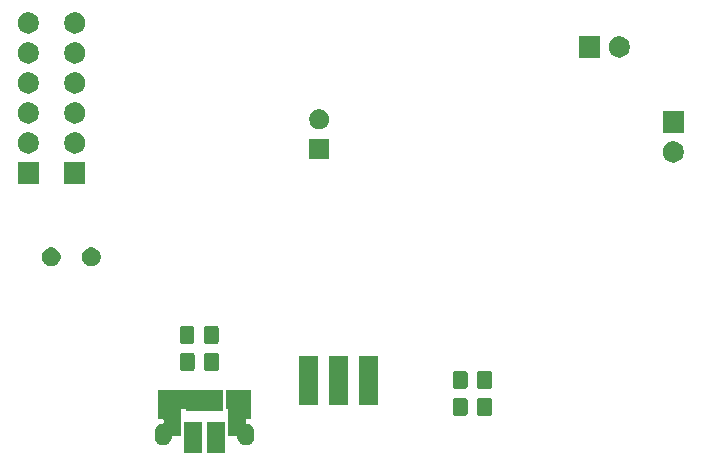
<source format=gts>
G04 #@! TF.GenerationSoftware,KiCad,Pcbnew,(5.1.6)-1*
G04 #@! TF.CreationDate,2020-12-08T10:00:42+01:00*
G04 #@! TF.ProjectId,Power_module_v1,506f7765-725f-46d6-9f64-756c655f7631,rev?*
G04 #@! TF.SameCoordinates,Original*
G04 #@! TF.FileFunction,Soldermask,Top*
G04 #@! TF.FilePolarity,Negative*
%FSLAX46Y46*%
G04 Gerber Fmt 4.6, Leading zero omitted, Abs format (unit mm)*
G04 Created by KiCad (PCBNEW (5.1.6)-1) date 2020-12-08 10:00:42*
%MOMM*%
%LPD*%
G01*
G04 APERTURE LIST*
%ADD10C,0.150000*%
G04 APERTURE END LIST*
D10*
G36*
X112914900Y-108047740D02*
G01*
X111382900Y-108047740D01*
X111382900Y-105445740D01*
X112914900Y-105445740D01*
X112914900Y-108047740D01*
G37*
G36*
X110994900Y-108047740D02*
G01*
X109462900Y-108047740D01*
X109462900Y-105445740D01*
X110994900Y-105445740D01*
X110994900Y-108047740D01*
G37*
G36*
X108886717Y-102684436D02*
G01*
X108906234Y-102690357D01*
X108930267Y-102695138D01*
X108942520Y-102695740D01*
X109440659Y-102695740D01*
X109445453Y-102699674D01*
X109467064Y-102711225D01*
X109490513Y-102718338D01*
X109514899Y-102720740D01*
X112739900Y-102720740D01*
X112739900Y-104472740D01*
X109637900Y-104472740D01*
X109637900Y-104422739D01*
X109635498Y-104398353D01*
X109628385Y-104374904D01*
X109616834Y-104353293D01*
X109601289Y-104334351D01*
X109582347Y-104318806D01*
X109560736Y-104307255D01*
X109537287Y-104300142D01*
X109512901Y-104297740D01*
X109327399Y-104297740D01*
X109303013Y-104300142D01*
X109279564Y-104307255D01*
X109257953Y-104318806D01*
X109239011Y-104334351D01*
X109223466Y-104353293D01*
X109211915Y-104374904D01*
X109204802Y-104398353D01*
X109202400Y-104422739D01*
X109202400Y-105259965D01*
X109194415Y-105274904D01*
X109187302Y-105298353D01*
X109184900Y-105322739D01*
X109184900Y-106597740D01*
X108537023Y-106597740D01*
X108512637Y-106600142D01*
X108489188Y-106607255D01*
X108467577Y-106618806D01*
X108448635Y-106634351D01*
X108433090Y-106653293D01*
X108421539Y-106674904D01*
X108412626Y-106710487D01*
X108404395Y-106794060D01*
X108373683Y-106895304D01*
X108362880Y-106930916D01*
X108295468Y-107057034D01*
X108204743Y-107167583D01*
X108094194Y-107258308D01*
X107968075Y-107325720D01*
X107968072Y-107325721D01*
X107831221Y-107367235D01*
X107688900Y-107381252D01*
X107546580Y-107367235D01*
X107409729Y-107325721D01*
X107409726Y-107325720D01*
X107283607Y-107258308D01*
X107173058Y-107167583D01*
X107082332Y-107057034D01*
X107014920Y-106930915D01*
X107014919Y-106930912D01*
X106973405Y-106794061D01*
X106962900Y-106687399D01*
X106962900Y-106266082D01*
X106973405Y-106159420D01*
X107014919Y-106022569D01*
X107014920Y-106022566D01*
X107082332Y-105896447D01*
X107173058Y-105785897D01*
X107283606Y-105695172D01*
X107409725Y-105627760D01*
X107409728Y-105627759D01*
X107546579Y-105586245D01*
X107620155Y-105578999D01*
X107644186Y-105574219D01*
X107666825Y-105564841D01*
X107687199Y-105551228D01*
X107704526Y-105533901D01*
X107718140Y-105513526D01*
X107727518Y-105490887D01*
X107732298Y-105466854D01*
X107732900Y-105454602D01*
X107732900Y-105322739D01*
X107730498Y-105298353D01*
X107723385Y-105274904D01*
X107711834Y-105253293D01*
X107696289Y-105234351D01*
X107677347Y-105218806D01*
X107655736Y-105207255D01*
X107632287Y-105200142D01*
X107607901Y-105197740D01*
X107275400Y-105197740D01*
X107275400Y-104324161D01*
X107278385Y-104318576D01*
X107285498Y-104295127D01*
X107287900Y-104270741D01*
X107287900Y-102695740D01*
X108595279Y-102695740D01*
X108619665Y-102693338D01*
X108631565Y-102690357D01*
X108651082Y-102684436D01*
X108768900Y-102672833D01*
X108886717Y-102684436D01*
G37*
G36*
X113632307Y-102675138D02*
G01*
X113644559Y-102675740D01*
X115139900Y-102675740D01*
X115139900Y-104270741D01*
X115142302Y-104295127D01*
X115149415Y-104318576D01*
X115152400Y-104324161D01*
X115152400Y-105197740D01*
X114789899Y-105197740D01*
X114765513Y-105200142D01*
X114742064Y-105207255D01*
X114720453Y-105218806D01*
X114701511Y-105234351D01*
X114685966Y-105253293D01*
X114674415Y-105274904D01*
X114667302Y-105298353D01*
X114664900Y-105322739D01*
X114664900Y-105456572D01*
X114667302Y-105480958D01*
X114674415Y-105504407D01*
X114685966Y-105526018D01*
X114701511Y-105544960D01*
X114720453Y-105560505D01*
X114742064Y-105572056D01*
X114765513Y-105579169D01*
X114777640Y-105580968D01*
X114831220Y-105586245D01*
X114968071Y-105627759D01*
X114968074Y-105627760D01*
X115094193Y-105695172D01*
X115204743Y-105785898D01*
X115295468Y-105896446D01*
X115362880Y-106022565D01*
X115362880Y-106022566D01*
X115362881Y-106022568D01*
X115404395Y-106159419D01*
X115414900Y-106266081D01*
X115414900Y-106687398D01*
X115404395Y-106794060D01*
X115373683Y-106895304D01*
X115362880Y-106930916D01*
X115295468Y-107057034D01*
X115204743Y-107167583D01*
X115094194Y-107258308D01*
X114968075Y-107325720D01*
X114968072Y-107325721D01*
X114831221Y-107367235D01*
X114688900Y-107381252D01*
X114546580Y-107367235D01*
X114409729Y-107325721D01*
X114409726Y-107325720D01*
X114283607Y-107258308D01*
X114173058Y-107167583D01*
X114082332Y-107057034D01*
X114014920Y-106930915D01*
X114014919Y-106930912D01*
X113973405Y-106794061D01*
X113965174Y-106710486D01*
X113960394Y-106686454D01*
X113951016Y-106663815D01*
X113937403Y-106643441D01*
X113920076Y-106626113D01*
X113899701Y-106612500D01*
X113877062Y-106603122D01*
X113853029Y-106598342D01*
X113840777Y-106597740D01*
X113212900Y-106597740D01*
X113212900Y-104402739D01*
X113210498Y-104378353D01*
X113203385Y-104354904D01*
X113191834Y-104333293D01*
X113176289Y-104314351D01*
X113157347Y-104298806D01*
X113135736Y-104287255D01*
X113112287Y-104280142D01*
X113087901Y-104277740D01*
X113037900Y-104277740D01*
X113037900Y-103883326D01*
X113035498Y-103858940D01*
X113032517Y-103847040D01*
X113016596Y-103794558D01*
X113007900Y-103706259D01*
X113007900Y-103247222D01*
X113016596Y-103158923D01*
X113032517Y-103106441D01*
X113037298Y-103082408D01*
X113037900Y-103070155D01*
X113037900Y-102675740D01*
X113573241Y-102675740D01*
X113585493Y-102675138D01*
X113608900Y-102672833D01*
X113632307Y-102675138D01*
G37*
G36*
X133296674Y-103393465D02*
G01*
X133334367Y-103404899D01*
X133369103Y-103423466D01*
X133399548Y-103448452D01*
X133424534Y-103478897D01*
X133443101Y-103513633D01*
X133454535Y-103551326D01*
X133459000Y-103596661D01*
X133459000Y-104683339D01*
X133454535Y-104728674D01*
X133443101Y-104766367D01*
X133424534Y-104801103D01*
X133399548Y-104831548D01*
X133369103Y-104856534D01*
X133334367Y-104875101D01*
X133296674Y-104886535D01*
X133251339Y-104891000D01*
X132414661Y-104891000D01*
X132369326Y-104886535D01*
X132331633Y-104875101D01*
X132296897Y-104856534D01*
X132266452Y-104831548D01*
X132241466Y-104801103D01*
X132222899Y-104766367D01*
X132211465Y-104728674D01*
X132207000Y-104683339D01*
X132207000Y-103596661D01*
X132211465Y-103551326D01*
X132222899Y-103513633D01*
X132241466Y-103478897D01*
X132266452Y-103448452D01*
X132296897Y-103423466D01*
X132331633Y-103404899D01*
X132369326Y-103393465D01*
X132414661Y-103389000D01*
X133251339Y-103389000D01*
X133296674Y-103393465D01*
G37*
G36*
X135346674Y-103393465D02*
G01*
X135384367Y-103404899D01*
X135419103Y-103423466D01*
X135449548Y-103448452D01*
X135474534Y-103478897D01*
X135493101Y-103513633D01*
X135504535Y-103551326D01*
X135509000Y-103596661D01*
X135509000Y-104683339D01*
X135504535Y-104728674D01*
X135493101Y-104766367D01*
X135474534Y-104801103D01*
X135449548Y-104831548D01*
X135419103Y-104856534D01*
X135384367Y-104875101D01*
X135346674Y-104886535D01*
X135301339Y-104891000D01*
X134464661Y-104891000D01*
X134419326Y-104886535D01*
X134381633Y-104875101D01*
X134346897Y-104856534D01*
X134316452Y-104831548D01*
X134291466Y-104801103D01*
X134272899Y-104766367D01*
X134261465Y-104728674D01*
X134257000Y-104683339D01*
X134257000Y-103596661D01*
X134261465Y-103551326D01*
X134272899Y-103513633D01*
X134291466Y-103478897D01*
X134316452Y-103448452D01*
X134346897Y-103423466D01*
X134381633Y-103404899D01*
X134419326Y-103393465D01*
X134464661Y-103389000D01*
X135301339Y-103389000D01*
X135346674Y-103393465D01*
G37*
G36*
X120782280Y-103963420D02*
G01*
X119156280Y-103963420D01*
X119156280Y-99861420D01*
X120782280Y-99861420D01*
X120782280Y-103963420D01*
G37*
G36*
X123322280Y-103963420D02*
G01*
X121696280Y-103963420D01*
X121696280Y-99861420D01*
X123322280Y-99861420D01*
X123322280Y-103963420D01*
G37*
G36*
X125862280Y-103963420D02*
G01*
X124236280Y-103963420D01*
X124236280Y-99861420D01*
X125862280Y-99861420D01*
X125862280Y-103963420D01*
G37*
G36*
X135346674Y-101107465D02*
G01*
X135384367Y-101118899D01*
X135419103Y-101137466D01*
X135449548Y-101162452D01*
X135474534Y-101192897D01*
X135493101Y-101227633D01*
X135504535Y-101265326D01*
X135509000Y-101310661D01*
X135509000Y-102397339D01*
X135504535Y-102442674D01*
X135493101Y-102480367D01*
X135474534Y-102515103D01*
X135449548Y-102545548D01*
X135419103Y-102570534D01*
X135384367Y-102589101D01*
X135346674Y-102600535D01*
X135301339Y-102605000D01*
X134464661Y-102605000D01*
X134419326Y-102600535D01*
X134381633Y-102589101D01*
X134346897Y-102570534D01*
X134316452Y-102545548D01*
X134291466Y-102515103D01*
X134272899Y-102480367D01*
X134261465Y-102442674D01*
X134257000Y-102397339D01*
X134257000Y-101310661D01*
X134261465Y-101265326D01*
X134272899Y-101227633D01*
X134291466Y-101192897D01*
X134316452Y-101162452D01*
X134346897Y-101137466D01*
X134381633Y-101118899D01*
X134419326Y-101107465D01*
X134464661Y-101103000D01*
X135301339Y-101103000D01*
X135346674Y-101107465D01*
G37*
G36*
X133296674Y-101107465D02*
G01*
X133334367Y-101118899D01*
X133369103Y-101137466D01*
X133399548Y-101162452D01*
X133424534Y-101192897D01*
X133443101Y-101227633D01*
X133454535Y-101265326D01*
X133459000Y-101310661D01*
X133459000Y-102397339D01*
X133454535Y-102442674D01*
X133443101Y-102480367D01*
X133424534Y-102515103D01*
X133399548Y-102545548D01*
X133369103Y-102570534D01*
X133334367Y-102589101D01*
X133296674Y-102600535D01*
X133251339Y-102605000D01*
X132414661Y-102605000D01*
X132369326Y-102600535D01*
X132331633Y-102589101D01*
X132296897Y-102570534D01*
X132266452Y-102545548D01*
X132241466Y-102515103D01*
X132222899Y-102480367D01*
X132211465Y-102442674D01*
X132207000Y-102397339D01*
X132207000Y-101310661D01*
X132211465Y-101265326D01*
X132222899Y-101227633D01*
X132241466Y-101192897D01*
X132266452Y-101162452D01*
X132296897Y-101137466D01*
X132331633Y-101118899D01*
X132369326Y-101107465D01*
X132414661Y-101103000D01*
X133251339Y-101103000D01*
X133296674Y-101107465D01*
G37*
G36*
X112241674Y-99583465D02*
G01*
X112279367Y-99594899D01*
X112314103Y-99613466D01*
X112344548Y-99638452D01*
X112369534Y-99668897D01*
X112388101Y-99703633D01*
X112399535Y-99741326D01*
X112404000Y-99786661D01*
X112404000Y-100873339D01*
X112399535Y-100918674D01*
X112388101Y-100956367D01*
X112369534Y-100991103D01*
X112344548Y-101021548D01*
X112314103Y-101046534D01*
X112279367Y-101065101D01*
X112241674Y-101076535D01*
X112196339Y-101081000D01*
X111359661Y-101081000D01*
X111314326Y-101076535D01*
X111276633Y-101065101D01*
X111241897Y-101046534D01*
X111211452Y-101021548D01*
X111186466Y-100991103D01*
X111167899Y-100956367D01*
X111156465Y-100918674D01*
X111152000Y-100873339D01*
X111152000Y-99786661D01*
X111156465Y-99741326D01*
X111167899Y-99703633D01*
X111186466Y-99668897D01*
X111211452Y-99638452D01*
X111241897Y-99613466D01*
X111276633Y-99594899D01*
X111314326Y-99583465D01*
X111359661Y-99579000D01*
X112196339Y-99579000D01*
X112241674Y-99583465D01*
G37*
G36*
X110191674Y-99583465D02*
G01*
X110229367Y-99594899D01*
X110264103Y-99613466D01*
X110294548Y-99638452D01*
X110319534Y-99668897D01*
X110338101Y-99703633D01*
X110349535Y-99741326D01*
X110354000Y-99786661D01*
X110354000Y-100873339D01*
X110349535Y-100918674D01*
X110338101Y-100956367D01*
X110319534Y-100991103D01*
X110294548Y-101021548D01*
X110264103Y-101046534D01*
X110229367Y-101065101D01*
X110191674Y-101076535D01*
X110146339Y-101081000D01*
X109309661Y-101081000D01*
X109264326Y-101076535D01*
X109226633Y-101065101D01*
X109191897Y-101046534D01*
X109161452Y-101021548D01*
X109136466Y-100991103D01*
X109117899Y-100956367D01*
X109106465Y-100918674D01*
X109102000Y-100873339D01*
X109102000Y-99786661D01*
X109106465Y-99741326D01*
X109117899Y-99703633D01*
X109136466Y-99668897D01*
X109161452Y-99638452D01*
X109191897Y-99613466D01*
X109226633Y-99594899D01*
X109264326Y-99583465D01*
X109309661Y-99579000D01*
X110146339Y-99579000D01*
X110191674Y-99583465D01*
G37*
G36*
X110173674Y-97297465D02*
G01*
X110211367Y-97308899D01*
X110246103Y-97327466D01*
X110276548Y-97352452D01*
X110301534Y-97382897D01*
X110320101Y-97417633D01*
X110331535Y-97455326D01*
X110336000Y-97500661D01*
X110336000Y-98587339D01*
X110331535Y-98632674D01*
X110320101Y-98670367D01*
X110301534Y-98705103D01*
X110276548Y-98735548D01*
X110246103Y-98760534D01*
X110211367Y-98779101D01*
X110173674Y-98790535D01*
X110128339Y-98795000D01*
X109291661Y-98795000D01*
X109246326Y-98790535D01*
X109208633Y-98779101D01*
X109173897Y-98760534D01*
X109143452Y-98735548D01*
X109118466Y-98705103D01*
X109099899Y-98670367D01*
X109088465Y-98632674D01*
X109084000Y-98587339D01*
X109084000Y-97500661D01*
X109088465Y-97455326D01*
X109099899Y-97417633D01*
X109118466Y-97382897D01*
X109143452Y-97352452D01*
X109173897Y-97327466D01*
X109208633Y-97308899D01*
X109246326Y-97297465D01*
X109291661Y-97293000D01*
X110128339Y-97293000D01*
X110173674Y-97297465D01*
G37*
G36*
X112223674Y-97297465D02*
G01*
X112261367Y-97308899D01*
X112296103Y-97327466D01*
X112326548Y-97352452D01*
X112351534Y-97382897D01*
X112370101Y-97417633D01*
X112381535Y-97455326D01*
X112386000Y-97500661D01*
X112386000Y-98587339D01*
X112381535Y-98632674D01*
X112370101Y-98670367D01*
X112351534Y-98705103D01*
X112326548Y-98735548D01*
X112296103Y-98760534D01*
X112261367Y-98779101D01*
X112223674Y-98790535D01*
X112178339Y-98795000D01*
X111341661Y-98795000D01*
X111296326Y-98790535D01*
X111258633Y-98779101D01*
X111223897Y-98760534D01*
X111193452Y-98735548D01*
X111168466Y-98705103D01*
X111149899Y-98670367D01*
X111138465Y-98632674D01*
X111134000Y-98587339D01*
X111134000Y-97500661D01*
X111138465Y-97455326D01*
X111149899Y-97417633D01*
X111168466Y-97382897D01*
X111193452Y-97352452D01*
X111223897Y-97327466D01*
X111258633Y-97308899D01*
X111296326Y-97297465D01*
X111341661Y-97293000D01*
X112178339Y-97293000D01*
X112223674Y-97297465D01*
G37*
G36*
X98433642Y-90669781D02*
G01*
X98579414Y-90730162D01*
X98579416Y-90730163D01*
X98710608Y-90817822D01*
X98822178Y-90929392D01*
X98909837Y-91060584D01*
X98909838Y-91060586D01*
X98970219Y-91206358D01*
X99001000Y-91361107D01*
X99001000Y-91518893D01*
X98970219Y-91673642D01*
X98909838Y-91819414D01*
X98909837Y-91819416D01*
X98822178Y-91950608D01*
X98710608Y-92062178D01*
X98579416Y-92149837D01*
X98579415Y-92149838D01*
X98579414Y-92149838D01*
X98433642Y-92210219D01*
X98278893Y-92241000D01*
X98121107Y-92241000D01*
X97966358Y-92210219D01*
X97820586Y-92149838D01*
X97820585Y-92149838D01*
X97820584Y-92149837D01*
X97689392Y-92062178D01*
X97577822Y-91950608D01*
X97490163Y-91819416D01*
X97490162Y-91819414D01*
X97429781Y-91673642D01*
X97399000Y-91518893D01*
X97399000Y-91361107D01*
X97429781Y-91206358D01*
X97490162Y-91060586D01*
X97490163Y-91060584D01*
X97577822Y-90929392D01*
X97689392Y-90817822D01*
X97820584Y-90730163D01*
X97820586Y-90730162D01*
X97966358Y-90669781D01*
X98121107Y-90639000D01*
X98278893Y-90639000D01*
X98433642Y-90669781D01*
G37*
G36*
X101833642Y-90669781D02*
G01*
X101979414Y-90730162D01*
X101979416Y-90730163D01*
X102110608Y-90817822D01*
X102222178Y-90929392D01*
X102309837Y-91060584D01*
X102309838Y-91060586D01*
X102370219Y-91206358D01*
X102401000Y-91361107D01*
X102401000Y-91518893D01*
X102370219Y-91673642D01*
X102309838Y-91819414D01*
X102309837Y-91819416D01*
X102222178Y-91950608D01*
X102110608Y-92062178D01*
X101979416Y-92149837D01*
X101979415Y-92149838D01*
X101979414Y-92149838D01*
X101833642Y-92210219D01*
X101678893Y-92241000D01*
X101521107Y-92241000D01*
X101366358Y-92210219D01*
X101220586Y-92149838D01*
X101220585Y-92149838D01*
X101220584Y-92149837D01*
X101089392Y-92062178D01*
X100977822Y-91950608D01*
X100890163Y-91819416D01*
X100890162Y-91819414D01*
X100829781Y-91673642D01*
X100799000Y-91518893D01*
X100799000Y-91361107D01*
X100829781Y-91206358D01*
X100890162Y-91060586D01*
X100890163Y-91060584D01*
X100977822Y-90929392D01*
X101089392Y-90817822D01*
X101220584Y-90730163D01*
X101220586Y-90730162D01*
X101366358Y-90669781D01*
X101521107Y-90639000D01*
X101678893Y-90639000D01*
X101833642Y-90669781D01*
G37*
G36*
X101104000Y-85229000D02*
G01*
X99302000Y-85229000D01*
X99302000Y-83427000D01*
X101104000Y-83427000D01*
X101104000Y-85229000D01*
G37*
G36*
X97167000Y-85229000D02*
G01*
X95365000Y-85229000D01*
X95365000Y-83427000D01*
X97167000Y-83427000D01*
X97167000Y-85229000D01*
G37*
G36*
X150989512Y-81653927D02*
G01*
X151138812Y-81683624D01*
X151302784Y-81751544D01*
X151450354Y-81850147D01*
X151575853Y-81975646D01*
X151674456Y-82123216D01*
X151742376Y-82287188D01*
X151777000Y-82461259D01*
X151777000Y-82638741D01*
X151742376Y-82812812D01*
X151674456Y-82976784D01*
X151575853Y-83124354D01*
X151450354Y-83249853D01*
X151302784Y-83348456D01*
X151138812Y-83416376D01*
X150989512Y-83446073D01*
X150964742Y-83451000D01*
X150787258Y-83451000D01*
X150762488Y-83446073D01*
X150613188Y-83416376D01*
X150449216Y-83348456D01*
X150301646Y-83249853D01*
X150176147Y-83124354D01*
X150077544Y-82976784D01*
X150009624Y-82812812D01*
X149975000Y-82638741D01*
X149975000Y-82461259D01*
X150009624Y-82287188D01*
X150077544Y-82123216D01*
X150176147Y-81975646D01*
X150301646Y-81850147D01*
X150449216Y-81751544D01*
X150613188Y-81683624D01*
X150762488Y-81653927D01*
X150787258Y-81649000D01*
X150964742Y-81649000D01*
X150989512Y-81653927D01*
G37*
G36*
X121755000Y-83147000D02*
G01*
X120053000Y-83147000D01*
X120053000Y-81445000D01*
X121755000Y-81445000D01*
X121755000Y-83147000D01*
G37*
G36*
X96379512Y-80891927D02*
G01*
X96528812Y-80921624D01*
X96692784Y-80989544D01*
X96840354Y-81088147D01*
X96965853Y-81213646D01*
X97064456Y-81361216D01*
X97132376Y-81525188D01*
X97167000Y-81699259D01*
X97167000Y-81876741D01*
X97132376Y-82050812D01*
X97064456Y-82214784D01*
X96965853Y-82362354D01*
X96840354Y-82487853D01*
X96692784Y-82586456D01*
X96528812Y-82654376D01*
X96379512Y-82684073D01*
X96354742Y-82689000D01*
X96177258Y-82689000D01*
X96152488Y-82684073D01*
X96003188Y-82654376D01*
X95839216Y-82586456D01*
X95691646Y-82487853D01*
X95566147Y-82362354D01*
X95467544Y-82214784D01*
X95399624Y-82050812D01*
X95365000Y-81876741D01*
X95365000Y-81699259D01*
X95399624Y-81525188D01*
X95467544Y-81361216D01*
X95566147Y-81213646D01*
X95691646Y-81088147D01*
X95839216Y-80989544D01*
X96003188Y-80921624D01*
X96152488Y-80891927D01*
X96177258Y-80887000D01*
X96354742Y-80887000D01*
X96379512Y-80891927D01*
G37*
G36*
X100316512Y-80891927D02*
G01*
X100465812Y-80921624D01*
X100629784Y-80989544D01*
X100777354Y-81088147D01*
X100902853Y-81213646D01*
X101001456Y-81361216D01*
X101069376Y-81525188D01*
X101104000Y-81699259D01*
X101104000Y-81876741D01*
X101069376Y-82050812D01*
X101001456Y-82214784D01*
X100902853Y-82362354D01*
X100777354Y-82487853D01*
X100629784Y-82586456D01*
X100465812Y-82654376D01*
X100316512Y-82684073D01*
X100291742Y-82689000D01*
X100114258Y-82689000D01*
X100089488Y-82684073D01*
X99940188Y-82654376D01*
X99776216Y-82586456D01*
X99628646Y-82487853D01*
X99503147Y-82362354D01*
X99404544Y-82214784D01*
X99336624Y-82050812D01*
X99302000Y-81876741D01*
X99302000Y-81699259D01*
X99336624Y-81525188D01*
X99404544Y-81361216D01*
X99503147Y-81213646D01*
X99628646Y-81088147D01*
X99776216Y-80989544D01*
X99940188Y-80921624D01*
X100089488Y-80891927D01*
X100114258Y-80887000D01*
X100291742Y-80887000D01*
X100316512Y-80891927D01*
G37*
G36*
X151777000Y-80911000D02*
G01*
X149975000Y-80911000D01*
X149975000Y-79109000D01*
X151777000Y-79109000D01*
X151777000Y-80911000D01*
G37*
G36*
X121152228Y-78977703D02*
G01*
X121307100Y-79041853D01*
X121446481Y-79134985D01*
X121565015Y-79253519D01*
X121658147Y-79392900D01*
X121722297Y-79547772D01*
X121755000Y-79712184D01*
X121755000Y-79879816D01*
X121722297Y-80044228D01*
X121658147Y-80199100D01*
X121565015Y-80338481D01*
X121446481Y-80457015D01*
X121307100Y-80550147D01*
X121152228Y-80614297D01*
X120987816Y-80647000D01*
X120820184Y-80647000D01*
X120655772Y-80614297D01*
X120500900Y-80550147D01*
X120361519Y-80457015D01*
X120242985Y-80338481D01*
X120149853Y-80199100D01*
X120085703Y-80044228D01*
X120053000Y-79879816D01*
X120053000Y-79712184D01*
X120085703Y-79547772D01*
X120149853Y-79392900D01*
X120242985Y-79253519D01*
X120361519Y-79134985D01*
X120500900Y-79041853D01*
X120655772Y-78977703D01*
X120820184Y-78945000D01*
X120987816Y-78945000D01*
X121152228Y-78977703D01*
G37*
G36*
X96379512Y-78351927D02*
G01*
X96528812Y-78381624D01*
X96692784Y-78449544D01*
X96840354Y-78548147D01*
X96965853Y-78673646D01*
X97064456Y-78821216D01*
X97132376Y-78985188D01*
X97167000Y-79159259D01*
X97167000Y-79336741D01*
X97132376Y-79510812D01*
X97064456Y-79674784D01*
X96965853Y-79822354D01*
X96840354Y-79947853D01*
X96692784Y-80046456D01*
X96528812Y-80114376D01*
X96379512Y-80144073D01*
X96354742Y-80149000D01*
X96177258Y-80149000D01*
X96152488Y-80144073D01*
X96003188Y-80114376D01*
X95839216Y-80046456D01*
X95691646Y-79947853D01*
X95566147Y-79822354D01*
X95467544Y-79674784D01*
X95399624Y-79510812D01*
X95365000Y-79336741D01*
X95365000Y-79159259D01*
X95399624Y-78985188D01*
X95467544Y-78821216D01*
X95566147Y-78673646D01*
X95691646Y-78548147D01*
X95839216Y-78449544D01*
X96003188Y-78381624D01*
X96152488Y-78351927D01*
X96177258Y-78347000D01*
X96354742Y-78347000D01*
X96379512Y-78351927D01*
G37*
G36*
X100316512Y-78351927D02*
G01*
X100465812Y-78381624D01*
X100629784Y-78449544D01*
X100777354Y-78548147D01*
X100902853Y-78673646D01*
X101001456Y-78821216D01*
X101069376Y-78985188D01*
X101104000Y-79159259D01*
X101104000Y-79336741D01*
X101069376Y-79510812D01*
X101001456Y-79674784D01*
X100902853Y-79822354D01*
X100777354Y-79947853D01*
X100629784Y-80046456D01*
X100465812Y-80114376D01*
X100316512Y-80144073D01*
X100291742Y-80149000D01*
X100114258Y-80149000D01*
X100089488Y-80144073D01*
X99940188Y-80114376D01*
X99776216Y-80046456D01*
X99628646Y-79947853D01*
X99503147Y-79822354D01*
X99404544Y-79674784D01*
X99336624Y-79510812D01*
X99302000Y-79336741D01*
X99302000Y-79159259D01*
X99336624Y-78985188D01*
X99404544Y-78821216D01*
X99503147Y-78673646D01*
X99628646Y-78548147D01*
X99776216Y-78449544D01*
X99940188Y-78381624D01*
X100089488Y-78351927D01*
X100114258Y-78347000D01*
X100291742Y-78347000D01*
X100316512Y-78351927D01*
G37*
G36*
X96379512Y-75811927D02*
G01*
X96528812Y-75841624D01*
X96692784Y-75909544D01*
X96840354Y-76008147D01*
X96965853Y-76133646D01*
X97064456Y-76281216D01*
X97132376Y-76445188D01*
X97167000Y-76619259D01*
X97167000Y-76796741D01*
X97132376Y-76970812D01*
X97064456Y-77134784D01*
X96965853Y-77282354D01*
X96840354Y-77407853D01*
X96692784Y-77506456D01*
X96528812Y-77574376D01*
X96379512Y-77604073D01*
X96354742Y-77609000D01*
X96177258Y-77609000D01*
X96152488Y-77604073D01*
X96003188Y-77574376D01*
X95839216Y-77506456D01*
X95691646Y-77407853D01*
X95566147Y-77282354D01*
X95467544Y-77134784D01*
X95399624Y-76970812D01*
X95365000Y-76796741D01*
X95365000Y-76619259D01*
X95399624Y-76445188D01*
X95467544Y-76281216D01*
X95566147Y-76133646D01*
X95691646Y-76008147D01*
X95839216Y-75909544D01*
X96003188Y-75841624D01*
X96152488Y-75811927D01*
X96177258Y-75807000D01*
X96354742Y-75807000D01*
X96379512Y-75811927D01*
G37*
G36*
X100316512Y-75811927D02*
G01*
X100465812Y-75841624D01*
X100629784Y-75909544D01*
X100777354Y-76008147D01*
X100902853Y-76133646D01*
X101001456Y-76281216D01*
X101069376Y-76445188D01*
X101104000Y-76619259D01*
X101104000Y-76796741D01*
X101069376Y-76970812D01*
X101001456Y-77134784D01*
X100902853Y-77282354D01*
X100777354Y-77407853D01*
X100629784Y-77506456D01*
X100465812Y-77574376D01*
X100316512Y-77604073D01*
X100291742Y-77609000D01*
X100114258Y-77609000D01*
X100089488Y-77604073D01*
X99940188Y-77574376D01*
X99776216Y-77506456D01*
X99628646Y-77407853D01*
X99503147Y-77282354D01*
X99404544Y-77134784D01*
X99336624Y-76970812D01*
X99302000Y-76796741D01*
X99302000Y-76619259D01*
X99336624Y-76445188D01*
X99404544Y-76281216D01*
X99503147Y-76133646D01*
X99628646Y-76008147D01*
X99776216Y-75909544D01*
X99940188Y-75841624D01*
X100089488Y-75811927D01*
X100114258Y-75807000D01*
X100291742Y-75807000D01*
X100316512Y-75811927D01*
G37*
G36*
X96379512Y-73271927D02*
G01*
X96528812Y-73301624D01*
X96692784Y-73369544D01*
X96840354Y-73468147D01*
X96965853Y-73593646D01*
X97064456Y-73741216D01*
X97132376Y-73905188D01*
X97167000Y-74079259D01*
X97167000Y-74256741D01*
X97132376Y-74430812D01*
X97064456Y-74594784D01*
X96965853Y-74742354D01*
X96840354Y-74867853D01*
X96692784Y-74966456D01*
X96528812Y-75034376D01*
X96379512Y-75064073D01*
X96354742Y-75069000D01*
X96177258Y-75069000D01*
X96152488Y-75064073D01*
X96003188Y-75034376D01*
X95839216Y-74966456D01*
X95691646Y-74867853D01*
X95566147Y-74742354D01*
X95467544Y-74594784D01*
X95399624Y-74430812D01*
X95365000Y-74256741D01*
X95365000Y-74079259D01*
X95399624Y-73905188D01*
X95467544Y-73741216D01*
X95566147Y-73593646D01*
X95691646Y-73468147D01*
X95839216Y-73369544D01*
X96003188Y-73301624D01*
X96152488Y-73271927D01*
X96177258Y-73267000D01*
X96354742Y-73267000D01*
X96379512Y-73271927D01*
G37*
G36*
X100316512Y-73271927D02*
G01*
X100465812Y-73301624D01*
X100629784Y-73369544D01*
X100777354Y-73468147D01*
X100902853Y-73593646D01*
X101001456Y-73741216D01*
X101069376Y-73905188D01*
X101104000Y-74079259D01*
X101104000Y-74256741D01*
X101069376Y-74430812D01*
X101001456Y-74594784D01*
X100902853Y-74742354D01*
X100777354Y-74867853D01*
X100629784Y-74966456D01*
X100465812Y-75034376D01*
X100316512Y-75064073D01*
X100291742Y-75069000D01*
X100114258Y-75069000D01*
X100089488Y-75064073D01*
X99940188Y-75034376D01*
X99776216Y-74966456D01*
X99628646Y-74867853D01*
X99503147Y-74742354D01*
X99404544Y-74594784D01*
X99336624Y-74430812D01*
X99302000Y-74256741D01*
X99302000Y-74079259D01*
X99336624Y-73905188D01*
X99404544Y-73741216D01*
X99503147Y-73593646D01*
X99628646Y-73468147D01*
X99776216Y-73369544D01*
X99940188Y-73301624D01*
X100089488Y-73271927D01*
X100114258Y-73267000D01*
X100291742Y-73267000D01*
X100316512Y-73271927D01*
G37*
G36*
X144665000Y-74561000D02*
G01*
X142863000Y-74561000D01*
X142863000Y-72759000D01*
X144665000Y-72759000D01*
X144665000Y-74561000D01*
G37*
G36*
X146417512Y-72763927D02*
G01*
X146566812Y-72793624D01*
X146730784Y-72861544D01*
X146878354Y-72960147D01*
X147003853Y-73085646D01*
X147102456Y-73233216D01*
X147170376Y-73397188D01*
X147205000Y-73571259D01*
X147205000Y-73748741D01*
X147170376Y-73922812D01*
X147102456Y-74086784D01*
X147003853Y-74234354D01*
X146878354Y-74359853D01*
X146730784Y-74458456D01*
X146566812Y-74526376D01*
X146417512Y-74556073D01*
X146392742Y-74561000D01*
X146215258Y-74561000D01*
X146190488Y-74556073D01*
X146041188Y-74526376D01*
X145877216Y-74458456D01*
X145729646Y-74359853D01*
X145604147Y-74234354D01*
X145505544Y-74086784D01*
X145437624Y-73922812D01*
X145403000Y-73748741D01*
X145403000Y-73571259D01*
X145437624Y-73397188D01*
X145505544Y-73233216D01*
X145604147Y-73085646D01*
X145729646Y-72960147D01*
X145877216Y-72861544D01*
X146041188Y-72793624D01*
X146190488Y-72763927D01*
X146215258Y-72759000D01*
X146392742Y-72759000D01*
X146417512Y-72763927D01*
G37*
G36*
X100316512Y-70731927D02*
G01*
X100465812Y-70761624D01*
X100629784Y-70829544D01*
X100777354Y-70928147D01*
X100902853Y-71053646D01*
X101001456Y-71201216D01*
X101069376Y-71365188D01*
X101104000Y-71539259D01*
X101104000Y-71716741D01*
X101069376Y-71890812D01*
X101001456Y-72054784D01*
X100902853Y-72202354D01*
X100777354Y-72327853D01*
X100629784Y-72426456D01*
X100465812Y-72494376D01*
X100316512Y-72524073D01*
X100291742Y-72529000D01*
X100114258Y-72529000D01*
X100089488Y-72524073D01*
X99940188Y-72494376D01*
X99776216Y-72426456D01*
X99628646Y-72327853D01*
X99503147Y-72202354D01*
X99404544Y-72054784D01*
X99336624Y-71890812D01*
X99302000Y-71716741D01*
X99302000Y-71539259D01*
X99336624Y-71365188D01*
X99404544Y-71201216D01*
X99503147Y-71053646D01*
X99628646Y-70928147D01*
X99776216Y-70829544D01*
X99940188Y-70761624D01*
X100089488Y-70731927D01*
X100114258Y-70727000D01*
X100291742Y-70727000D01*
X100316512Y-70731927D01*
G37*
G36*
X96379512Y-70731927D02*
G01*
X96528812Y-70761624D01*
X96692784Y-70829544D01*
X96840354Y-70928147D01*
X96965853Y-71053646D01*
X97064456Y-71201216D01*
X97132376Y-71365188D01*
X97167000Y-71539259D01*
X97167000Y-71716741D01*
X97132376Y-71890812D01*
X97064456Y-72054784D01*
X96965853Y-72202354D01*
X96840354Y-72327853D01*
X96692784Y-72426456D01*
X96528812Y-72494376D01*
X96379512Y-72524073D01*
X96354742Y-72529000D01*
X96177258Y-72529000D01*
X96152488Y-72524073D01*
X96003188Y-72494376D01*
X95839216Y-72426456D01*
X95691646Y-72327853D01*
X95566147Y-72202354D01*
X95467544Y-72054784D01*
X95399624Y-71890812D01*
X95365000Y-71716741D01*
X95365000Y-71539259D01*
X95399624Y-71365188D01*
X95467544Y-71201216D01*
X95566147Y-71053646D01*
X95691646Y-70928147D01*
X95839216Y-70829544D01*
X96003188Y-70761624D01*
X96152488Y-70731927D01*
X96177258Y-70727000D01*
X96354742Y-70727000D01*
X96379512Y-70731927D01*
G37*
M02*

</source>
